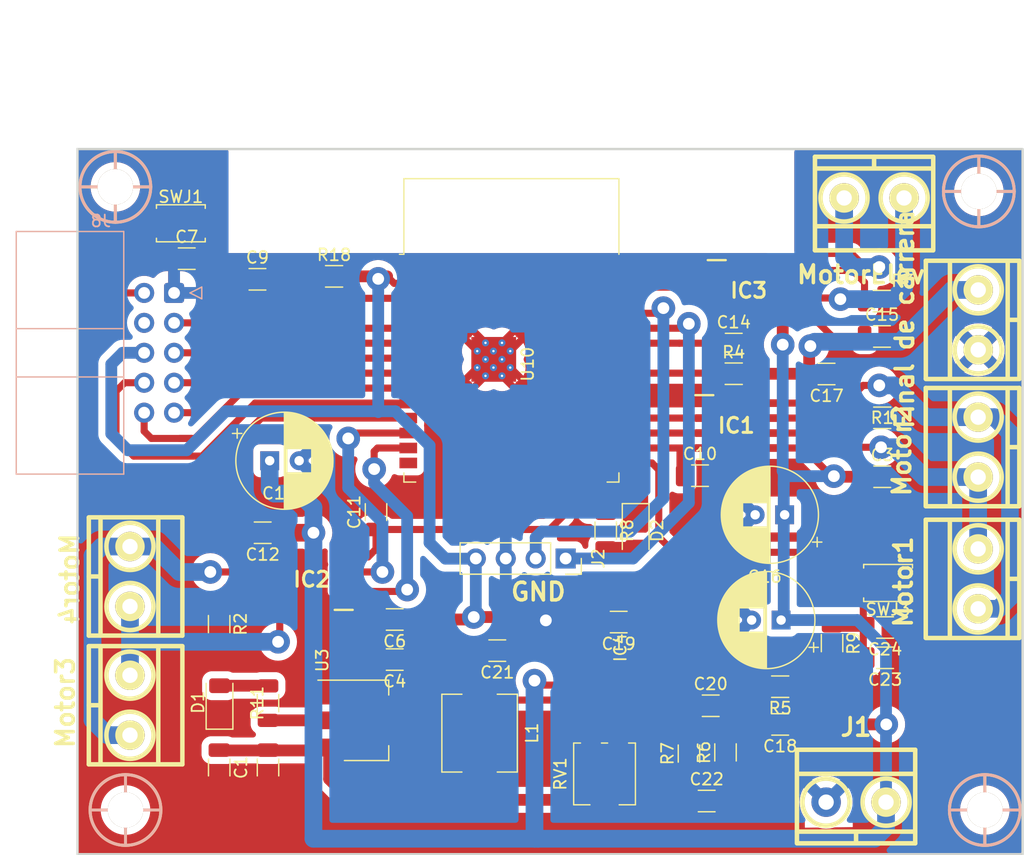
<source format=kicad_pcb>
(kicad_pcb (version 20221018) (generator pcbnew)
  (layers (0 "F.Cu" signal) (31 "B.Cu" signal) (34 "B.Paste" user) (35 "F.Paste" user) (36 "B.SilkS" user "B.Silkscreen") (37 "F.SilkS" user "F.Silkscreen") (38 "B.Mask" user) (39 "F.Mask" user) (44 "Edge.Cuts" user))
  (net 0 "")
  (net 1 "GND")
  (net 2 "/Vin")
  (net 3 "/3V3")
  (net 4 "/EN")
  (net 5 "Net-(J11-Pin_1)")
  (net 6 "Net-(D1-A)")
  (net 7 "/EnA")
  (net 8 "/EnB")
  (net 9 "/EN Elev")
  (net 10 "Net-(IC1-OUT2)")
  (net 11 "Net-(IC1-OUT1)")
  (net 12 "Net-(IC1-RS)")
  (net 13 "/IN3")
  (net 14 "/IN4")
  (net 15 "Net-(IC2-OUT1)")
  (net 16 "Net-(IC2-RS)")
  (net 17 "Net-(IC2-OUT2)")
  (net 18 "/IN5")
  (net 19 "/IN6")
  (net 20 "Net-(IC3-OUT1)")
  (net 21 "Net-(IC3-RS)")
  (net 22 "Net-(IC3-OUT2)")
  (net 23 "/RXD0")
  (net 24 "/TXD0")
  (net 25 "/Sen1")
  (net 26 "/Sen2")
  (net 27 "/Sen3")
  (net 28 "/Sen4")
  (net 29 "/Sen5")
  (net 30 "/Sen6")
  (net 31 "/Sen7")
  (net 32 "/FC")
  (net 33 "/BOOT")
  (net 34 "/IN2")
  (net 35 "/IN1")
  (net 43 "Net-(D2-A)")
  (net 47 "/5V")
  (net 48 "Net-(IC4-SS)")
  (net 49 "Net-(IC4-COMP)")
  (net 50 "Net-(C20-Pad2)")
  (net 51 "Net-(IC4-BS)")
  (net 52 "Net-(IC4-SW)")
  (net 53 "Net-(IC4-EN)")
  (net 54 "Net-(IC4-FB)")
  (net 56 "unconnected-(U10-SENSOR_VP-Pad4)")
  (net 58 "/Led prueba")
  (footprint "Capacitor_SMD:C_1206_3216Metric" (layer "F.Cu") (at 122.76 81.28 180)
    (fp_text reference "C23")
    (fp_text value "0.1u")
  )
  (footprint "Capacitor_SMD:C_1206_3216Metric" (layer "F.Cu") (at 69.516 49.17)
    (fp_text reference "C9")
    (fp_text value "0.1u")
  )
  (footprint "EESTN5:hole_3mm" (layer "F.Cu") (at 58.3205 94.1916)
    (fp_text reference "hole_3mm" hide)
    (fp_text value "VAL**" hide)
  )
  (footprint "Resistor_SMD:R_1206_3216Metric" (layer "F.Cu") (at 122.516 60.92)
    (fp_text reference "R1")
    (fp_text value "0.22")
  )
  (footprint "LED_SMD:LED_1206_3216Metric" (layer "F.Cu") (at 101.6 70.485 -90)
    (fp_text reference "D2")
    (fp_text value "LED")
  )
  (footprint "Resistor_SMD:R_1206_3216Metric" (layer "F.Cu") (at 122.476 51.02)
    (fp_text reference "R3")
    (fp_text value "0.22")
  )
  (footprint "Capacitor_SMD:C_1206_3216Metric" (layer "F.Cu") (at 70.4109 90.5848 -90)
    (fp_text reference "C2" hide)
    (fp_text value "0.1u")
  )
  (footprint "Capacitor_SMD:C_1206_3216Metric" (layer "F.Cu") (at 107.9642 85.3472)
    (fp_text reference "C20")
    (fp_text value "4.8n")
  )
  (footprint "EESTN5:BORNERA2_AZUL" (layer "F.Cu") (at 58.7015 74.3796 -90)
    (fp_text reference "J6" hide)
    (fp_text value "Motor4")
  )
  (footprint "EESTN5:BORNERA2_AZUL" (layer "F.Cu") (at 130.65335 74.5828 90)
    (fp_text reference "J4" hide)
    (fp_text value "Motor1")
  )
  (footprint "LibraryPERSONALES:SOIC127P600X170-9N" (layer "F.Cu") (at 74.1193 74.6336 180)
    (fp_text reference "IC2")
    (fp_text value "TB67H450AFNG,EL" hide)
  )
  (footprint "Capacitor_SMD:C_1206_3216Metric" (layer "F.Cu") (at 122.496 54.02)
    (fp_text reference "C15")
    (fp_text value "0.1u")
  )
  (footprint "EESTN5:BORNERA2_AZUL" (layer "F.Cu") (at 121.826 42.27 180)
    (fp_text reference "J7" hide)
    (fp_text value "MotorElev")
  )
  (footprint "EESTN5:hole_3mm" (layer "F.Cu") (at 131.2185 94.1916)
    (fp_text reference "hole_3mm" hide)
    (fp_text value "VAL**" hide)
  )
  (footprint "Resistor_SMD:R_1206_3216Metric" (layer "F.Cu") (at 99.06 70.485 -90)
    (fp_text reference "R8")
    (fp_text value "330")
  )
  (footprint "Capacitor_SMD:C_1206_3216Metric" (layer "F.Cu") (at 100.1595 78.2472 180)
    (fp_text reference "C19")
    (fp_text value "0.1u")
  )
  (footprint "Resistor_SMD:R_1206_3216Metric" (layer "F.Cu") (at 118.26 80.035 -90)
    (fp_text reference "R9")
    (fp_text value "4.7k")
  )
  (footprint "Resistor_SMD:R_1206_3216Metric" (layer "F.Cu") (at 66.266 78.42 -90)
    (fp_text reference "R2")
    (fp_text value "0.22")
  )
  (footprint "Button_Switch_SMD:SW_Push_SPST_NO_Alps_SKRK" (layer "F.Cu") (at 63.016 44.42)
    (fp_text reference "SWJ1")
    (fp_text value "SW_MEC_5G")
  )
  (footprint "LibraryPERSONALES:SO8-TH" (layer "F.Cu") (at 99.0333 84.2296 -90)
    (fp_text reference "IC4")
    (fp_text value "MP2307")
  )
  (footprint "Resistor_SMD:R_1206_3216Metric" (layer "F.Cu") (at 109.92 57.18)
    (fp_text reference "R4")
    (fp_text value "100k")
  )
  (footprint "Capacitor_SMD:C_1206_3216Metric" (layer "F.Cu") (at 107.0595 65.8296)
    (fp_text reference "C10")
    (fp_text value "0.1u")
  )
  (footprint "Capacitor_SMD:C_1206_3216Metric" (layer "F.Cu") (at 122.76 78.71 180)
    (fp_text reference "C24")
    (fp_text value "0.1u")
  )
  (footprint "Capacitor_SMD:C_1206_3216Metric" (layer "F.Cu") (at 66.2707 90.5848 -90)
    (fp_text reference "C1")
    (fp_text value "10u")
  )
  (footprint "LibraryPERSONALES:SOIC127P600X170-9N" (layer "F.Cu") (at 110.1365 61.578)
    (fp_text reference "IC1")
    (fp_text value "TB67H450AFNG,EL" hide)
  )
  (footprint "EESTN5:BORNERA2_AZUL" (layer "F.Cu") (at 130.65335 63.4068 90)
    (fp_text reference "J3" hide)
    (fp_text value "Motor2")
  )
  (footprint "Capacitor_SMD:C_1206_3216Metric" (layer "F.Cu") (at 107.624 93.4296)
    (fp_text reference "C22")
    (fp_text value "12u")
  )
  (footprint "Capacitor_SMD:C_1206_3216Metric" (layer "F.Cu") (at 63.516 47.42)
    (fp_text reference "C7")
    (fp_text value "0.1u")
  )
  (footprint "Capacitor_SMD:C_1206_3216Metric" (layer "F.Cu") (at 69.9595 70.67 180)
    (fp_text reference "C12")
    (fp_text value "0.1u")
  )
  (footprint "EESTN5:BORNERA2_AZUL" (layer "F.Cu") (at 130.6597 52.6118 90)
    (fp_text reference "J11" hide)
    (fp_text value "Final de carrera")
  )
  (footprint "Resistor_SMD:R_1206_3216Metric" (layer "F.Cu") (at 109.2216 89.3041 90)
    (fp_text reference "R6")
    (fp_text value "8.2k")
  )
  (footprint "Inductor_SMD:L_6.3x6.3_H3" (layer "F.Cu") (at 88.3595 87.67 -90)
    (fp_text reference "L1")
    (fp_text value "2u")
  )
  (footprint "Capacitor_SMD:C_1206_3216Metric" (layer "F.Cu") (at 109.92 54.664)
    (fp_text reference "C14")
    (fp_text value "0.1u" hide)
  )
  (footprint "Capacitor_SMD:C_1206_3216Metric" (layer "F.Cu") (at 81.1595 81.4296 180)
    (fp_text reference "C4")
    (fp_text value "0.1u")
  )
  (footprint "RF_Module:ESP32-WROOM-32D" (layer "F.Cu") (at 91.0595 56.4916)
    (fp_text reference "U10")
    (fp_text value "ESP32-WROOM-32")
  )
  (footprint "Capacitor_THT:CP_Radial_D8.0mm_P2.50mm" (layer "F.Cu") (at 114.236951 69.1472 180)
    (fp_text reference "C16")
    (fp_text value "100u")
  )
  (footprint "Capacitor_SMD:C_1206_3216Metric" (layer "F.Cu") (at 79.5745 68.9186 90)
    (fp_text reference "C11")
    (fp_text value "0.1u")
  )
  (footprint "EESTN5:hole_3mm" (layer "F.Cu") (at 57.4595 41.3296)
    (fp_text reference "hole_3mm" hide)
    (fp_text value "VAL**" hide)
  )
  (footprint "Package_TO_SOT_SMD:SOT-223-3_TabPin2" (layer "F.Cu") (at 78.7425 86.5856)
    (fp_text reference "U3")
    (fp_text value "AMS1117-3.3")
  )
  (footprint "Resistor_SMD:R_1206_3216Metric" (layer "F.Cu") (at 70.4109 85.1238 90)
    (fp_text reference "R11")
    (fp_text value "5.1k")
  )
  (footprint "Resistor_SMD:R_1206_3216Metric" (layer "F.Cu") (at 106.1216 89.4041 90)
    (fp_text reference "R7")
    (fp_text value "8.2k")
  )
  (footprint "EESTN5:hole_3mm" (layer "F.Cu") (at 130.7105 41.7152)
    (fp_text reference "hole_3mm" hide)
    (fp_text value "VAL**" hide)
  )
  (footprint "Capacitor_THT:CP_Radial_D8.0mm_P2.50mm" (layer "F.Cu") (at 113.937351 78.079 180)
    (fp_text reference "C5" hide)
    (fp_text value "100u" hide)
  )
  (footprint "LED_SMD:LED_1206_3216Metric" (layer "F.Cu") (at 66.2961 85.0476 90)
    (fp_text reference "D1")
    (fp_text value "LED")
  )
  (footprint "Capacitor_THT:CP_Radial_D8.0mm_P2.50mm" (layer "F.Cu") (at 70.5525 64.56051)
    (fp_text reference "C13")
    (fp_text value "100u")
  )
  (footprint "Capacitor_SMD:C_1206_3216Metric" (layer "F.Cu") (at 81.1595 78.0296 180)
    (fp_text reference "C6")
    (fp_text value "10u")
  )
  (footprint "EESTN5:BORNERA2_AZUL" (layer "F.Cu") (at 120.2965 93.52485)
    (fp_text reference "J1")
    (fp_text value "Alimentacion 12V" hide)
  )
  (footprint "Potentiometer_SMD:Potentiometer_Vishay_TS53YJ_Vertical" (layer "F.Cu") (at 98.9595 91.1296 90)
    (fp_text reference "RV1")
    (fp_text value "220k")
  )
  (footprint "Capacitor_SMD:C_1206_3216Metric" (layer "F.Cu") (at 122.516 65.92)
    (fp_text reference "C3")
    (fp_text value "0.1u")
  )
  (footprint "Resistor_SMD:R_1206_3216Metric" (layer "F.Cu") (at 76.016 48.92)
    (fp_text reference "R18")
    (fp_text value "4.7k")
  )
  (footprint "LibraryPERSONALES:SOIC127P600X170-9N" (layer "F.Cu") (at 111.19 50.1226)
    (fp_text reference "IC3")
    (fp_text value "TB67H450AFNG,EL" hide)
  )
  (footprint "Resistor_SMD:R_1206_3216Metric" (layer "F.Cu") (at 113.8595 83.7296 180)
    (fp_text reference "R5")
    (fp_text value "100k")
  )
  (footprint "Button_Switch_SMD:SW_Push_SPST_NO_Alps_SKRK" (layer "F.Cu") (at 123.01 74.93 180)
    (fp_text reference "SWJ3")
    (fp_text value "SW_MEC_5G")
  )
  (footprint "Capacitor_SMD:C_1206_3216Metric" (layer "F.Cu") (at 89.8595 80.67 180)
    (fp_text reference "C21")
    (fp_text value "10n")
  )
  (footprint "EESTN5:BORNERA2_AZUL" (layer "F.Cu") (at 58.7015 85.3016 -90)
    (fp_text reference "J5" hide)
    (fp_text value "Motor3")
  )
  (footprint "Capacitor_SMD:C_1206_3216Metric" (layer "F.Cu") (at 117.794 57.204 180)
    (fp_text reference "C17")
    (fp_text value "0.1u")
  )
  (footprint "Capacitor_SMD:C_1206_3216Metric" (layer "F.Cu") (at 113.8595 86.9296 180)
    (fp_text reference "C18")
    (fp_text value "12u")
  )
  (footprint "Connector_PinSocket_2.54mm:PinSocket_1x04_P2.54mm_Vertical" (layer "F.Cu") (at 95.6585 72.8556 -90)
    (fp_text reference "J2")
    (fp_text value "UART")
  )
  (footprint "Connector_IDC:IDC-Header_2x05_P2.54mm_Horizontal" (layer "B.Cu") (at 62.4432 50.3258 180)
    (fp_text reference "J8")
    (fp_text value "Screw_Terminal_01x10")
  )
  (gr_rect (start 54.2565 38.1211) (end 134.4189 97.9381) (stroke (width 0.2)) (fill none) (layer "Edge.Cuts"))
  (gr_text "GND" (at 90.8579 76.564) (layer "F.SilkS") (effects (font (size 1.5 1.5) (thickness 0.3) bold) (justify left bottom)))
  (via (at 93.98 78.105) (size 2) (drill 1) (layers "F.Cu" "B.Cu") (net 1))
  (segment (start 118.266 54.02) (end 121.021 54.02) (width 0.6) (layer "F.Cu") (net 2))
  (segment (start 114.238 52.0276) (end 114.0742 52.1914) (width 0.6) (layer "F.Cu") (net 2))
  (segment (start 115.829 63.483) (end 118.266 65.92) (width 0.6) (layer "F.Cu") (net 2))
  (segment (start 113.902 52.0276) (end 116.2736 52.0276) (width 0.6) (layer "F.Cu") (net 2))
  (segment (start 115.3345 86.9296) (end 115.3345 83.8421) (width 1) (layer "F.Cu") (net 2))
  (segment (start 122.7595 86.9296) (end 115.3345 86.9296) (width 1) (layer "F.Cu") (net 2))
  (segment (start 72.016 70.67) (end 74.266 70.67) (width 1.5) (layer "F.Cu") (net 2))
  (segment (start 118.266 65.92) (end 121.041 65.92) (width 1) (layer "F.Cu") (net 2))
  (segment (start 71.4073 72.42) (end 71.4073 70.6972) (width 1) (layer "F.Cu") (net 2))
  (segment (start 71.4073 70.6972) (end 71.4345 70.67) (width 1) (layer "F.Cu") (net 2))
  (segment (start 114.0742 52.1914) (end 114.0742 54.714396) (width 1) (layer "F.Cu") (net 2))
  (segment (start 116.2736 52.0276) (end 118.266 54.02) (width 0.6) (layer "F.Cu") (net 2))
  (segment (start 93.3955 83.5946) (end 96.4333 83.5946) (width 0.6) (layer "F.Cu") (net 2))
  (segment (start 112.8485 63.483) (end 115.829 63.483) (width 0.6) (layer "F.Cu") (net 2))
  (segment (start 93.016 83.2151) (end 93.3955 83.5946) (width 0.6) (layer "F.Cu") (net 2))
  (via (at 114.0742 54.714396) (size 2) (drill 1) (layers "F.Cu" "B.Cu") (net 2))
  (via (at 93.016 83.2151) (size 2) (drill 1) (layers "F.Cu" "B.Cu") (net 2))
  (via (at 118.416 65.87) (size 2) (drill 1) (layers "F.Cu" "B.Cu") (net 2))
  (via (at 74.266 70.67) (size 2) (drill 1) (layers "F.Cu" "B.Cu") (net 2))
  (via (at 122.8595 86.9296) (size 2) (drill 1) (layers "F.Cu" "B.Cu") (net 2))
  (segment (start 121.8595 96.6296) (end 122.8365 95.6526) (width 1.5) (layer "B.Cu") (net 2))
  (segment (start 70.9461 67.3501) (end 70.5525 66.9565) (width 1.5) (layer "B.Cu") (net 2))
  (segment (start 114.0742 54.714396) (end 114.0742 65.4443) (width 1) (layer "B.Cu") (net 2))
  (segment (start 114.1595 66.675) (end 114.1595 66.37) (width 1) (layer "B.Cu") (net 2))
  (segment (start 114.6595 65.87) (end 118.416 65.87) (width 1) (layer "B.Cu") (net 2))
  (segment (start 93.016 83.2151) (end 93.016 96.6296) (width 1.5) (layer "B.Cu") (net 2))
  (segment (start 74.266 68.528652) (end 73.087448 67.3501) (width 1.5) (layer "B.Cu") (net 2))
  (segment (start 114.0742 65.4443) (end 114.1595 65.5296) (width 1) (layer "B.Cu") (net 2))
  (segment (start 114.1595 77.856851) (end 114.1595 65.5296) (width 1) (layer "B.Cu") (net 2))
  (segment (start 74.266 70.67) (end 74.266 96.6296) (width 1.5) (layer "B.Cu") (net 2))
  (segment (start 120.4089 78.079) (end 122.8365 80.5066) (width 1) (layer "B.Cu") (net 2))
  (segment (start 122.8365 80.5066) (end 122.8365 93.52485) (width 1) (layer "B.Cu") (net 2))
  (segment (start 70.5525 66.9565) (end 70.5525 64.56051) (width 1.5) (layer "B.Cu") (net 2))
  (segment (start 93.016 96.6296) (end 93.3595 96.6296) (width 1.5) (layer "B.Cu") (net 2))
  (segment (start 122.8365 95.6526) (end 122.8365 93.52485) (width 1.5) (layer "B.Cu") (net 2))
  (segment (start 74.266 96.6296) (end 93.3595 96.6296) (width 1.5) (layer "B.Cu") (net 2))
  (segment (start 74.266 70.67) (end 74.266 68.528652) (width 1.5) (layer "B.Cu") (net 2))
  (segment (start 93.3595 96.6296) (end 121.8595 96.6296) (width 1.5) (layer "B.Cu") (net 2))
  (segment (start 113.937351 78.079) (end 120.4089 78.079) (width 1) (layer "B.Cu") (net 2))
  (segment (start 113.937351 78.079) (end 114.1595 77.856851) (width 1) (layer "B.Cu") (net 2))
  (segment (start 73.087448 67.3501) (end 70.9461 67.3501) (width 1.5) (layer "B.Cu") (net 2))
  (segment (start 80.516 48.92) (end 77.4785 48.92) (width 1) (layer "F.Cu") (net 3))
  (segment (start 70.4109 86.5863) (end 75.5918 86.5863) (width 1) (layer "F.Cu") (net 3))
  (segment (start 82.6595 85.8186) (end 82.6595 81.4546) (width 1) (layer "F.Cu") (net 3))
  (segment (start 75.5925 86.5856) (end 81.8925 86.5856) (width 1) (layer "F.Cu") (net 3))
  (segment (start 104.7316 75.5216) (end 92.1184 75.5216) (width 1) (layer "F.Cu") (net 3))
  (segment (start 106.68 77.47) (end 104.7316 75.5216) (width 1) (layer "F.Cu") (net 3))
  (segment (start 106.68 80.01) (end 106.68 77.47) (width 1) (layer "F.Cu") (net 3))
  (segment (start 92.1184 75.5216) (end 89.82 77.82) (width 1) (layer "F.Cu") (net 3))
  (segment (start 118.26 81.4975) (end 108.1675 81.4975) (width 1) (layer "F.Cu") (net 3))
  (segment (start 89.82 77.82) (end 87.866 77.82) (width 1) (layer "F.Cu") (net 3))
  (segment (start 108.1675 81.4975) (end 106.68 80.01) (width 1) (layer "F.Cu") (net 3))
  (segment (start 82.6345 78.0296) (end 82.6345 81.4296) (width 1) (layer "F.Cu") (net 3))
  (segment (start 82.3095 49.5116) (end 81.1076 49.5116) (width 0.6) (layer "F.Cu") (net 3))
  (segment (start 75.5918 86.5863) (end 75.5925 86.5856) (width 1) (layer "F.Cu") (net 3))
  (segment (start 59.9032 55.4058) (end 59.889 55.42) (width 1) (layer "F.Cu") (net 3))
  (segment (start 82.6595 81.4546) (end 82.6345 81.4296) (width 1) (layer "F.Cu") (net 3))
  (segment (start 87.866 77.82) (end 87.6564 78.0296) (width 1) (layer "F.Cu") (net 3))
  (segment (start 87.6564 78.0296) (end 82.6345 78.0296) (width 1) (layer "F.Cu") (net 3))
  (segment (start 81.8925 86.5856) (end 82.6595 85.8186) (width 1) (layer "F.Cu") (net 3))
  (segment (start 81.1076 49.5116) (end 80.516 48.92) (width 0.6) (layer "F.Cu") (net 3))
  (via (at 79.7595 49.1321) (size 2) (drill 1) (layers "F.Cu" "B.Cu") (net 3))
  (via (at 87.866 77.82) (size 2) (drill 1) (layers "F.Cu" "B.Cu") (net 3))
  (segment (start 85.465348 72.87) (end 84.116 71.520652) (width 1) (layer "B.Cu") (net 3))
  (segment (start 84.116 71.520652) (end 84.116 63.27) (width 1) (layer "B.Cu") (net 3))
  (segment (start 81.2076 60.3616) (end 66.8244 60.3616) (width 1) (layer "B.Cu") (net 3))
  (segment (start 88.0385 77.6475) (end 88.0385 72.8556) (width 1) (layer "B.Cu") (net 3))
  (segment (start 84.116 63.27) (end 81.2076 60.3616) (width 1) (layer "B.Cu") (net 3))
  (segment (start 87.866 77.82) (end 88.0385 77.6475) (width 1) (layer "B.Cu") (net 3))
  (segment (start 79.7595 49.1321) (end 79.7595 60.4231) (width 1) (layer "B.Cu") (net 3))
  (segment (start 88.0241 72.87) (end 85.465348 72.87) (width 1) (layer "B.Cu") (net 3))
  (segment (start 66.8244 60.3616) (end 63.516 63.67) (width 1) (layer "B.Cu") (net 3))
  (segment (start 79.7595 60.4231) (end 79.766 60.4296) (width 1) (layer "B.Cu") (net 3))
  (segment (start 88.0385 72.8556) (end 88.0241 72.87) (width 1) (layer "B.Cu") (net 3))
  (segment (start 58.516 63.67) (end 57.116 62.27) (width 1) (layer "B.Cu") (net 3))
  (segment (start 58.0802 55.4058) (end 59.9032 55.4058) (width 1) (layer "B.Cu") (net 3))
  (segment (start 57.116 62.27) (end 57.116 56.37) (width 1) (layer "B.Cu") (net 3))
  (segment (start 57.116 56.37) (end 58.0802 55.4058) (width 1) (layer "B.Cu") (net 3))
  (segment (start 63.516 63.67) (end 58.516 63.67) (width 1) (layer "B.Cu") (net 3))
  (segment (start 70.121 51.67) (end 70.991 50.8) (width 0.75) (layer "F.Cu") (net 4))
  (segment (start 74.5535 50.2075) (end 74.5535 48.92) (width 0.6) (layer "F.Cu") (net 4))
  (segment (start 82.3095 50.7816) (end 82.2615 50.8296) (width 0.6) (layer "F.Cu") (net 4))
  (segment (start 75.1276 50.7816) (end 74.5535 50.2075) (width 0.6) (layer "F.Cu") (net 4))
  (segment (start 65.116 51.02) (end 65.766 51.67) (width 0.75) (layer "F.Cu") (net 4))
  (segment (start 65.116 44.42) (end 65.116 51.02) (width 0.75) (layer "F.Cu") (net 4))
  (segment (start 74.5535 48.92) (end 71.241 48.92) (width 1) (layer "F.Cu") (net 4))
  (segment (start 82.3095 50.7816) (end 75.1276 50.7816) (width 0.6) (layer "F.Cu") (net 4))
  (segment (start 65.766 51.67) (end 70.121 51.67) (width 0.75) (layer "F.Cu") (net 4))
  (segment (start 70.991 50.8) (end 70.991 49.17) (width 0.75) (layer "F.Cu") (net 4))
  (segment (start 71.241 48.92) (end 70.991 49.17) (width 1) (layer "F.Cu") (net 4))
  (segment (start 116.2988 57.1838) (end 116.319 57.204) (width 1) (layer "F.Cu") (net 5))
  (segment (start 116.420678 54.83358) (end 116.319 54.935258) (width 0.6) (layer "F.Cu") (net 5))
  (segment (start 111.3863 57.1838) (end 116.2988 57.1838) (width 1) (layer "F.Cu") (net 5))
  (segment (start 116.319 54.935258) (end 116.319 57.204) (width 1) (layer "F.Cu") (net 5))
  (segment (start 111.3825 57.18) (end 111.3863 57.1838) (width 1) (layer "F.Cu") (net 5))
  (via (at 116.420678 54.83358) (size 2) (drill 1) (layers "F.Cu" "B.Cu") (net 5))
  (segment (start 128.4342 50.0718) (end 130.6597 50.0718) (width 1.5) (layer "B.Cu") (net 5))
  (segment (start 116.420678 54.83358) (end 116.784258 54.47) (width 1.5) (layer "B.Cu") (net 5))
  (segment (start 124.036 54.47) (end 128.4342 50.0718) (width 1.5) (layer "B.Cu") (net 5))
  (segment (start 116.784258 54.47) (end 124.036 54.47) (width 1.5) (layer "B.Cu") (net 5))
  (segment (start 70.3972 83.6476) (end 70.4109 83.6613) (width 1) (layer "F.Cu") (net 6))
  (segment (start 66.2961 83.6476) (end 70.3972 83.6476) (width 1) (layer "F.Cu") (net 6))
  (segment (start 99.8095 63.4816) (end 105.0311 63.4816) (width 0.6) (layer "F.Cu") (net 7))
  (segment (start 105.0311 63.4816) (end 107.4231 63.4816) (width 0.6) (layer "F.Cu") (net 7))
  (segment (start 105.5845 65.8296) (end 105.5595 65.8046) (width 0.6) (layer "F.Cu") (net 7))
  (segment (start 105.5595 65.8046) (end 105.5595 63.808) (width 1) (layer "F.Cu") (net 7))
  (segment (start 107.4231 63.4816) (end 107.4245 63.483) (width 0.6) (layer "F.Cu") (net 7))
  (segment (start 78.8945 72.7286) (end 79.5745 72.0486) (width 0.6) (layer "F.Cu") (net 8))
  (segment (start 79.5745 72.0486) (end 79.5745 70.3936) (width 0.6) (layer "F.Cu") (net 8))
  (segment (start 76.8313 72.7286) (end 78.8945 72.7286) (width 0.6) (layer "F.Cu") (net 8))
  (segment (start 79.5745 70.3936) (end 94.2955 70.3936) (width 0.6) (layer "F.Cu") (net 8))
  (segment (start 94.2955 70.3936) (end 95.5095 69.1796) (width 0.6) (layer "F.Cu") (net 8))
  (segment (start 95.5095 69.1796) (end 95.5095 66.0016) (width 0.6) (layer "F.Cu") (net 8))
  (segment (start 99.8095 54.5916) (end 105.3105 54.5916) (width 0.6) (layer "F.Cu") (net 9))
  (segment (start 107.38 54.5916) (end 108.3726 54.5916) (width 0.6) (layer "F.Cu") (net 9))
  (segment (start 108.478 54.5586) (end 108.445 54.5916) (width 0.6) (layer "F.Cu") (net 9))
  (segment (start 105.3105 54.5916) (end 107.38 54.5916) (width 0.6) (layer "F.Cu") (net 9))
  (segment (start 108.445 54.5916) (end 107.38 54.5916) (width 0.6) (layer "F.Cu") (net 9))
  (segment (start 108.3726 54.5916) (end 108.445 54.664) (width 0.6) (layer "F.Cu") (net 9))
  (segment (start 108.478 52.378) (end 108.478 54.5586) (width 1) (layer "F.Cu") (net 9))
  (segment (start 120.892 58.17) (end 122.266 58.17) (width 0.6) (layer "F.Cu") (net 10))
  (segment (start 115.2437 59.673) (end 119.389 59.673) (width 0.6) (layer "F.Cu") (net 10))
  (segment (start 115.2437 59.673) (end 112.7545 59.673) (width 0.6) (layer "F.Cu") (net 10))
  (segment (start 119.389 59.673) (end 120.892 58.17) (width 0.6) (layer "F.Cu") (net 10))
  (via (at 122.266 58.17) (size 2) (drill 1) (layers "F.Cu" "B.Cu") (net 10))
  (segment (start 130.65335 77.1228) (end 132.3869 77.1228) (width 1.5) (layer "B.Cu") (net 10))
  (segment (start 123.4925 58.17) (end 122.266 58.17) (width 1.5) (layer "B.Cu") (net 10))
  (segment (start 132.0313 60.8668) (end 130.65335 60.8668) (width 1.5) (layer "B.Cu") (net 10))
  (segment (start 130.65335 60.8668) (end 126.1893 60.8668) (width 1.5) (layer "B.Cu") (net 10))
  (segment (start 126.1893 60.8668) (end 123.4925 58.17) (width 1.5) (layer "B.Cu") (net 10))
  (segment (start 133.3521 62.1876) (end 132.0313 60.8668) (width 1.5) (layer "B.Cu") (net 10))
  (segment (start 133.3521 76.1576) (end 133.3521 62.1876) (width 1.5) (layer "B.Cu") (net 10))
  (segment (start 132.3869 77.1228) (end 133.3521 76.1576) (width 1.5) (layer "B.Cu") (net 10))
  (segment (start 122.416 63.42) (end 117.466 63.42) (width 0.6) (layer "F.Cu") (net 11))
  (segment (start 117.466 63.42) (end 116.259 62.213) (width 0.6) (layer "F.Cu") (net 11))
  (segment (start 116.259 62.213) (end 112.7545 62.213) (width 0.6) (layer "F.Cu") (net 11))
  (via (at 122.416 63.42) (size 2) (drill 1) (layers "F.Cu" "B.Cu") (net 11))
  (segment (start 126.0623 65.9468) (end 130.65335 65.9468) (width 1.5) (layer "B.Cu") (net 11))
  (segment (start 122.416 63.42) (end 123.5355 63.42) (width 1.5) (layer "B.Cu") (net 11))
  (segment (start 130.65335 65.9468) (end 130.65335 72.0428) (width 1.5) (layer "B.Cu") (net 11))
  (segment (start 123.5355 63.42) (end 126.0623 65.9468) (width 1.5) (layer "B.Cu") (net 11))
  (segment (start 121.0305 60.943) (end 121.0535 60.92) (width 0.6) (layer "F.Cu") (net 12))
  (segment (start 112.8485 60.943) (end 121.0305 60.943) (width 0.6) (layer "F.Cu") (net 12))
  (segment (start 78.185647 75.6486) (end 77.805647 75.2686) (width 0.6) (layer "F.Cu") (net 13))
  (segment (start 77.805647 75.2686) (end 76.8313 75.2686) (width 0.6) (layer "F.Cu") (net 13))
  (segment (start 79.7044 63.4816) (end 82.3095 63.4816) (width 0.6) (layer "F.Cu") (net 13))
  (segment (start 82.0594 75.6486) (end 78.185647 75.6486) (width 0.6) (layer "F.Cu") (net 13))
  (segment (start 79.416 63.77) (end 79.7044 63.4816) (width 0.6) (layer "F.Cu") (net 13))
  (segment (start 79.416 65.27) (end 79.416 63.77) (width 0.6) (layer "F.Cu") (net 13))
  (segment (start 82.216 75.492) (end 82.0594 75.6486) (width 0.6) (layer "F.Cu") (net 13))
  (via (at 79.416 65.27) (size 2) (drill 1) (layers "F.Cu" "B.Cu") (net 13))
  (via (at 82.216 75.492) (size 2) (drill 1) (layers "F.Cu" "B.Cu") (net 13))
  (segment (start 82.216 75.492) (end 82.216 73.97) (width 0.6) (layer "B.Cu") (net 13))
  (segment (start 82.216 75.492) (end 82.216 69.27) (width 1) (layer "B.Cu") (net 13))
  (segment (start 79.416 66.47) (end 79.416 65.27) (width 1) (layer "B.Cu") (net 13))
  (segment (start 82.216 69.27) (end 79.416 66.47) (width 1) (layer "B.Cu") (net 13))
  (segment (start 80.116 73.9991) (end 80.1155 73.9986) (width 0.6) (layer "F.Cu") (net 14))
  (segment (start 77.6744 62.2116) (end 82.3095 62.2116) (width 0.6) (layer "F.Cu") (net 14))
  (segment (start 80.1155 73.9986) (end 76.8313 73.9986) (width 0.6) (layer "F.Cu") (net 14))
  (segment (start 77.216 62.67) (end 77.6744 62.2116) (width 0.6) (layer "F.Cu") (net 14))
  (via (at 80.116 73.9991) (size 2) (drill 1) (layers "F.Cu" "B.Cu") (net 14))
  (via (at 77.216 62.67) (size 2) (drill 1) (layers "F.Cu" "B.Cu") (net 14))
  (segment (start 80.116 73.9991) (end 80.116 69.77) (width 1) (layer "B.Cu") (net 14))
  (segment (start 80.116 69.77) (end 77.216 66.87) (width 1) (layer "B.Cu") (net 14))
  (segment (start 77.216 66.87) (end 77.216 62.67) (width 1) (layer "B.Cu") (net 14))
  (segment (start 71.4073 73.9986) (end 65.516 73.9986) (width 0.6) (layer "F.Cu") (net 15))
  (via (at 65.516 73.9986) (size 2) (drill 1) (layers "F.Cu" "B.Cu") (net 15))
  (segment (start 62.8925 73.9986) (end 60.7335 71.8396) (width 1.5) (layer "B.Cu") (net 15))
  (segment (start 65.516 73.9986) (end 62.8925 73.9986) (width 1.5) (layer "B.Cu") (net 15))
  (segment (start 60.7335 71.8396) (end 58.7015 71.8396) (width 1.5) (layer "B.Cu") (net 15))
  (segment (start 55.5265 86.5716) (end 55.5265 72.6016) (width 1.5) (layer "B.Cu") (net 15))
  (segment (start 55.5265 72.6016) (end 56.2885 71.8396) (width 1.5) (layer "B.Cu") (net 15))
  (segment (start 58.7015 87.8416) (end 56.7965 87.8416) (width 1.5) (layer "B.Cu") (net 15))
  (segment (start 56.7965 87.8416) (end 55.5265 86.5716) (width 1.5) (layer "B.Cu") (net 15))
  (segment (start 56.2885 71.8396) (end 58.7015 71.8396) (width 1.5) (layer "B.Cu") (net 15))
  (segment (start 66.9174 75.2686) (end 66.266 75.92) (width 0.6) (layer "F.Cu") (net 16))
  (segment (start 66.266 75.92) (end 66.266 76.9575) (width 0.6) (layer "F.Cu") (net 16))
  (segment (start 71.4073 75.2686) (end 66.9174 75.2686) (width 0.6) (layer "F.Cu") (net 16))
  (segment (start 71.4073 79.7787) (end 71.4073 76.5386) (width 0.6) (layer "F.Cu") (net 17))
  (segment (start 71.266 79.92) (end 71.4073 79.7787) (width 0.6) (layer "F.Cu") (net 17))
  (via (at 71.266 79.92) (size 2) (drill 1) (layers "F.Cu" "B.Cu") (net 17))
  (segment (start 59.2015 79.92) (end 58.7015 79.42) (width 1.5) (layer "B.Cu") (net 17))
  (segment (start 58.7015 76.9196) (end 58.7015 79.42) (width 1.5) (layer "B.Cu") (net 17))
  (segment (start 71.266 79.92) (end 59.2015 79.92) (width 1.5) (layer "B.Cu") (net 17))
  (segment (start 58.7015 79.42) (end 58.7015 82.7616) (width 1.5) (layer "B.Cu") (net 17))
  (segment (start 59.0825 76.5386) (end 58.7015 76.9196) (width 1.5) (layer "B.Cu") (net 17))
  (segment (start 101.919 48.822) (end 105.983 48.822) (width 0.6) (layer "F.Cu") (net 18))
  (segment (start 99.8335 49.4876) (end 99.8095 49.5116) (width 0.6) (layer "F.Cu") (net 18))
  (segment (start 105.983 48.822) (end 106.6486 49.4876) (width 0.6) (layer "F.Cu") (net 18))
  (segment (start 106.6486 49.4876) (end 108.478 49.4876) (width 0.6) (layer "F.Cu") (net 18))
  (segment (start 101.2294 49.5116) (end 101.919 48.822) (width 0.6) (layer "F.Cu") (net 18))
  (segment (start 99.8095 49.5116) (end 101.2294 49.5116) (width 0.6) (layer "F.Cu") (net 18))
  (segment (start 105.094 49.838) (end 106.0136 50.7576) (width 0.6) (layer "F.Cu") (net 19))
  (segment (start 102.808 49.838) (end 105.094 49.838) (width 0.6) (layer "F.Cu") (net 19))
  (segment (start 99.8095 50.7816) (end 101.8644 50.7816) (width 0.6) (layer "F.Cu") (net 19))
  (segment (start 106.0136 50.7576) (end 108.478 50.7576) (width 0.6) (layer "F.Cu") (net 19))
  (segment (start 99.8335 50.7576) (end 99.8095 50.7816) (width 0.6) (layer "F.Cu") (net 19))
  (segment (start 101.8644 50.7816) (end 102.808 49.838) (width 0.6) (layer "F.Cu") (net 19))
  (segment (start 118.4536 50.7576) (end 113.902 50.7576) (width 0.6) (layer "F.Cu") (net 20))
  (segment (start 118.966 51.27) (end 118.4536 50.7576) (width 0.6) (layer "F.Cu") (net 20))
  (via (at 118.966 50.854) (size 2) (drill 1) (layers "F.Cu" "B.Cu") (net 20))
  (segment (start 124.366131 42.270131) (end 124.366 42.27) (width 1.5) (layer "B.Cu") (net 20))
  (segment (start 124.366131 49.909869) (end 124.366131 42.270131) (width 1.5) (layer "B.Cu") (net 20))
  (segment (start 118.966 50.854) (end 123.422 50.854) (width 1.5) (layer "B.Cu") (net 20))
  (segment (start 123.422 50.854) (end 124.366131 49.909869) (width 1.5) (layer "B.Cu") (net 20))
  (segment (start 120.006 48.42) (end 121.0135 49.4275) (width 0.6) (layer "F.Cu") (net 21))
  (segment (start 113.902 49.4876) (end 116.1984 49.4876) (width 0.6) (layer "F.Cu") (net 21))
  (segment (start 121.0135 49.4275) (end 121.0135 51.02) (width 0.6) (layer "F.Cu") (net 21))
  (segment (start 117.266 48.42) (end 120.006 48.42) (width 0.6) (layer "F.Cu") (net 21))
  (segment (start 116.1984 49.4876) (end 117.266 48.42) (width 0.6) (layer "F.Cu") (net 21))
  (segment (start 116.710571 46.975429) (end 115.4684 48.2176) (width 0.6) (layer "F.Cu") (net 22))
  (segment (start 115.4684 48.2176) (end 113.902 48.2176) (width 0.6) (layer "F.Cu") (net 22))
  (segment (start 122.266131 48.130131) (end 121.059633 48.130131) (width 0.6) (layer "F.Cu") (net 22))
  (segment (start 121.059633 48.130131) (end 119.904931 46.975429) (width 0.6) (layer "F.Cu") (net 22))
  (segment (start 119.904931 46.975429) (end 116.710571 46.975429) (width 0.6) (layer "F.Cu") (net 22))
  (via (at 122.266131 48.130131) (size 2) (drill 1) (layers "F.Cu" "B.Cu") (net 22))
  (segment (start 120.066131 48.130131) (end 119.286 47.35) (width 1.5) (layer "B.Cu") (net 22))
  (segment (start 119.286 47.35) (end 119.286 42.27) (width 1.5) (layer "B.Cu") (net 22))
  (segment (start 122.266131 48.130131) (end 120.066131 48.130131) (width 1.5) (layer "B.Cu") (net 22))
  (segment (start 106.11 52.9421) (end 105.7305 53.3216) (width 0.6) (layer "F.Cu") (net 23))
  (segment (start 105.7305 53.3216) (end 99.8095 53.3216) (width 0.6) (layer "F.Cu") (net 23))
  (via (at 106.11 52.9421) (size 2) (drill 1) (layers "F.Cu" "B.Cu") (net 23))
  (segment (start 104.236 69.9931) (end 101.3735 72.8556) (width 1) (layer "B.Cu") (net 23))
  (segment (start 101.3735 72.8556) (end 95.6585 72.8556) (width 1) (layer "B.Cu") (net 23))
  (segment (start 106.11 68.126) (end 104.2429 69.9931) (width 1) (layer "B.Cu") (net 23))
  (segment (start 106.11 52.9421) (end 106.11 68.126) (width 1) (layer "B.Cu") (net 23))
  (segment (start 104.2429 69.9931) (end 104.236 69.9931) (width 1) (layer "B.Cu") (net 23))
  (segment (start 103.57 52.1077) (end 103.57 52.124) (width 0.6) (layer "F.Cu") (net 24))
  (segment (start 99.8335 52.0276) (end 99.8095 52.0516) (width 0.6) (layer "F.Cu") (net 24))
  (segment (start 99.8095 52.0516) (end 103.5139 52.0516) (width 0.6) (layer "F.Cu") (net 24))
  (segment (start 103.5139 52.0516) (end 103.57 52.1077) (width 0.6) (layer "F.Cu") (net 24))
  (via (at 103.951 51.616) (size 2) (drill 1) (layers "F.Cu" "B.Cu") (net 24))
  (segment (start 103.951 67.745) (end 101.1264 70.5696) (width 1) (layer "B.Cu") (net 24))
  (segment (start 103.951 51.6145) (end 103.951 67.745) (width 1) (layer "B.Cu") (net 24))
  (segment (start 101.1264 70.5696) (end 93.6265 70.5696) (width 1) (layer "B.Cu") (net 24))
  (segment (start 93.1185 71.0776) (end 93.1185 72.8556) (width 1) (layer "B.Cu") (net 24))
  (segment (start 93.6265 70.5696) (end 93.1185 71.0776) (width 1) (layer "B.Cu") (net 24))
  (segment (start 58.2402 57.9458) (end 59.9032 57.9458) (width 0.6) (layer "F.Cu") (net 25))
  (segment (start 57.516 62.67) (end 57.516 58.67) (width 0.6) (layer "F.Cu") (net 25))
  (segment (start 57.516 58.67) (end 58.2402 57.9458) (width 0.6) (layer "F.Cu") (net 25))
  (segment (start 82.3095 59.6716) (end 69.3144 59.6716) (width 0.6) (layer "F.Cu") (net 25))
  (segment (start 69.3144 59.6716) (end 64.816 64.17) (width 0.6) (layer "F.Cu") (net 25))
  (segment (start 64.816 64.17) (end 59.016 64.17) (width 0.6) (layer "F.Cu") (net 25))
  (segment (start 59.016 64.17) (end 57.516 62.67) (width 0.6) (layer "F.Cu") (net 25))
  (segment (start 82.3095 58.4016) (end 68.4844 58.4016) (width 0.6) (layer "F.Cu") (net 26))
  (segment (start 63.916 62.67) (end 62.916 62.67) (width 0.6) (layer "F.Cu") (net 26))
  (segment (start 68.4844 58.4016) (end 64.216 62.67) (width 0.6) (layer "F.Cu") (net 26))
  (segment (start 64.216 62.67) (end 63.916 62.67) (width 0.6) (layer "F.Cu") (net 26))
  (segment (start 63.916 62.67) (end 60.516 62.67) (width 0.6) (layer "F.Cu") (net 26))
  (segment (start 59.9032 62.0572) (end 59.9032 60.4858) (width 0.6) (layer "F.Cu") (net 26))
  (segment (start 60.516 62.67) (end 59.9032 62.0572) (width 0.6) (layer "F.Cu") (net 26))
  (segment (start 82.3095 57.1316) (end 67.8044 57.1316) (width 0.6) (layer "F.Cu") (net 27))
  (segment (start 67.8044 57.1316) (end 64.4502 60.4858) (width 0.6) (layer "F.Cu") (net 27))
  (segment (start 64.4502 60.4858) (end 62.4432 60.4858) (width 0.6) (layer "F.Cu") (net 27))
  (segment (start 67.3244 55.8616) (end 82.3095 55.8616) (width 0.6) (layer "F.Cu") (net 28))
  (segment (start 65.2402 57.9458) (end 67.3244 55.8616) (width 0.6) (layer "F.Cu") (net 28))
  (segment (start 62.4432 57.9458) (end 65.2402 57.9458) (width 0.6) (layer "F.Cu") (net 28))
  (segment (start 64.2802 55.4058) (end 62.4432 55.4058) (width 0.6) (layer "F.Cu") (net 29))
  (segment (start 65.0944 54.5916) (end 64.2802 55.4058) (width 0.6) (layer "F.Cu") (net 29))
  (segment (start 82.3095 54.5916) (end 65.0944 54.5916) (width 0.6) (layer "F.Cu") (net 29))
  (segment (start 64.4618 52.8658) (end 62.4432 52.8658) (width 0.6) (layer "F.Cu") (net 30))
  (segment (start 82.3095 53.3216) (end 64.9176 53.3216) (width 0.6) (layer "F.Cu") (net 30))
  (segment (start 64.9176 53.3216) (end 64.4618 52.8658) (width 0.6) (layer "F.Cu") (net 30))
  (segment (start 82.3095 60.9416) (end 69.8444 60.9416) (width 0.6) (layer "F.Cu") (net 31))
  (segment (start 65.116 65.67) (end 57.516 65.67) (width 0.6) (layer "F.Cu") (net 31))
  (segment (start 55.516 52.42) (end 57.6102 50.3258) (width 0.6) (layer "F.Cu") (net 31))
  (segment (start 69.8444 60.9416) (end 65.116 65.67) (width 0.6) (layer "F.Cu") (net 31))
  (segment (start 55.516 63.67) (end 55.516 52.42) (width 0.6) (layer "F.Cu") (net 31))
  (segment (start 57.516 65.67) (end 55.516 63.67) (width 0.6) (layer "F.Cu") (net 31))
  (segment (start 57.6102 50.3258) (end 59.9032 50.3258) (width 0.6) (layer "F.Cu") (net 31))
  (segment (start 82.3095 60.9416) (end 82.2855 60.9176) (width 0.6) (layer "F.Cu") (net 31))
  (segment (start 108.4575 57.18) (end 108.4091 57.1316) (width 0.6) (layer "F.Cu") (net 32))
  (segment (start 108.4091 57.1316) (end 99.8095 57.1316) (width 0.6) (layer "F.Cu") (net 32))
  (segment (start 99.8109 57.133) (end 99.8095 57.1316) (width 0.6) (layer "F.Cu") (net 32))
  (segment (start 118.11 72.3296) (end 104.8595 72.3296) (width 0.6) (layer "F.Cu") (net 33))
  (segment (start 118.26 78.5725) (end 121.1475 78.5725) (width 1) (layer "F.Cu") (net 33))
  (segment (start 119.9546 72.3296) (end 120.91 73.285) (width 0.6) (layer "F.Cu") (net 33))
  (segment (start 103.5595 65.3296) (end 102.9815 64.7516) (width 0.6) (layer "F.Cu") (net 33))
  (segment (start 120.91 80.905) (end 121.285 81.28) (width 0.6) (layer "F.Cu") (net 33))
  (segment (start 121.1475 78.5725) (end 121.285 78.71) (width 1) (layer "F.Cu") (net 33))
  (segment (start 120.91 74.93) (end 120.91 80.905) (width 0.6) (layer "F.Cu") (net 33))
  (segment (start 120.91 73.285) (end 120.91 74.93) (width 0.6) (layer "F.Cu") (net 33))
  (segment (start 118.522 72.3296) (end 118.11 72.3296) (width 0.6) (layer "F.Cu") (net 33))
  (segment (start 102.9815 64.7516) (end 99.8095 64.7516) (width 0.6) (layer "F.Cu") (net 33))
  (segment (start 103.5595 71.0296) (end 103.5595 65.3296) (width 0.6) (layer "F.Cu") (net 33))
  (segment (start 104.8595 72.3296) (end 103.5595 71.0296) (width 0.6) (layer "F.Cu") (net 33))
  (segment (start 118.11 72.3296) (end 119.9546 72.3296) (width 0.6) (layer "F.Cu") (net 33))
  (segment (start 107.4231 60.9416) (end 107.4245 60.943) (width 0.6) (layer "F.Cu") (net 34))
  (segment (start 99.8095 60.9416) (end 107.4231 60.9416) (width 0.6) (layer "F.Cu") (net 34))
  (segment (start 99.8109 62.213) (end 99.8095 62.2116) (width 0.6) (layer "F.Cu") (net 35))
  (segment (start 107.4245 62.213) (end 99.8109 62.213) (width 0.6) (layer "F.Cu") (net 35))
  (segment (start 99.06 71.9475) (end 101.5375 71.9475) (width 1) (layer "F.Cu") (net 43))
  (segment (start 101.5375 71.9475) (end 101.6 71.885) (width 1) (layer "F.Cu") (net 43))
  (segment (start 97.7595 89.1796) (end 97.8095 89.1296) (width 1) (layer "F.Cu") (net 47))
  (segment (start 75.5925 88.8856) (end 75.5925 91.5626) (width 1) (layer "F.Cu") (net 47))
  (segment (start 106.049 93.3296) (end 106.149 93.4296) (width 1) (layer "F.Cu") (net 47))
  (segment (start 75.5925 91.5626) (end 77.3595 93.3296) (width 1) (layer "F.Cu") (net 47))
  (segment (start 66.3005 89.1396) (end 75.3385 89.1396) (width 1) (layer "F.Cu") (net 47))
  (segment (start 75.3385 89.1396) (end 75.5925 88.8856) (width 1) (layer "F.Cu") (net 47))
  (segment (start 66.2707 89.1098) (end 66.3005 89.1396) (width 1) (layer "F.Cu") (net 47))
  (segment (start 98.9595 93.1296) (end 97.7595 93.1296) (width 1) (layer "F.Cu") (net 47))
  (segment (start 88.3595 90.2796) (end 88.3595 90.42) (width 1) (layer "F.Cu") (net 47))
  (segment (start 88.4595 90.1796) (end 88.3595 90.2796) (width 1) (layer "F.Cu") (net 47))
  (segment (start 88.5825 93.3296) (end 106.049 93.3296) (width 1) (layer "F.Cu") (net 47))
  (segment (start 88.3433 93.3028) (end 88.3433 90.1528) (width 1) (layer "F.Cu") (net 47))
  (segment (start 77.3595 93.3296) (end 88.4595 93.3296) (width 1) (layer "F.Cu") (net 47))
  (segment (start 97.7595 93.1296) (end 97.7595 89.1796) (width 1) (layer "F.Cu") (net 47))
  (segment (start 103.1059 82.3246) (end 103.8119 81.6186) (width 0.6) (layer "F.Cu") (net 48))
  (segment (start 103.8119 78.6214) (end 103.4377 78.2472) (width 0.6) (layer "F.Cu") (net 48))
  (segment (start 101.6333 82.3246) (end 103.1059 82.3246) (width 0.6) (layer "F.Cu") (net 48))
  (segment (start 103.8119 81.6186) (end 103.8119 78.6214) (width 0.6) (layer "F.Cu") (net 48))
  (segment (start 103.4377 78.2472) (end 101.6345 78.2472) (width 0.6) (layer "F.Cu") (net 48))
  (segment (start 101.6333 84.8646) (end 106.3195 84.8646) (width 0.6) (layer "F.Cu") (net 49))
  (segment (start 109.4392 87.624) (end 109.2216 87.8416) (width 1) (layer "F.Cu") (net 50))
  (segment (start 109.4392 85.3472) (end 109.4392 87.624) (width 1) (layer "F.Cu") (net 50))
  (segment (start 93.266 80.67) (end 94.9206 82.3246) (width 0.6) (layer "F.Cu") (net 51))
  (segment (start 94.9206 82.3246) (end 96.4333 82.3246) (width 0.6) (layer "F.Cu") (net 51))
  (segment (start 91.3345 80.67) (end 93.266 80.67) (width 0.6) (layer "F.Cu") (net 51))
  (segment (start 88.3595 84.92) (end 88.3845 84.895) (width 0.6) (layer "F.Cu") (net 52))
  (segment (start 88.3845 84.895) (end 88.3845 80.67) (width 1) (layer "F.Cu") (net 52))
  (segment (start 96.4333 84.8646) (end 88.4149 84.8646) (width 0.6) (layer "F.Cu") (net 52))
  (segment (start 88.4149 84.8646) (end 88.3595 84.92) (width 0.6) (layer "F.Cu") (net 52))
  (segment (start 112.162 83.5946) (end 112.297 83.7296) (width 0.6) (layer "F.Cu") (net 53))
  (segment (start 101.6333 83.5946) (end 101.6683 83.6296) (width 0.6) (layer "F.Cu") (net 53))
  (segment (start 101.6333 83.5946) (end 112.162 83.5946) (width 0.6) (layer "F.Cu") (net 53))
  (segment (start 105.122 87.9296) (end 100.1595 87.9296) (width 1) (layer "F.Cu") (net 54))
  (segment (start 100.1095 87.9796) (end 100.1095 89.1296) (width 1) (layer "F.Cu") (net 54))
  (segment (start 101.6333 86.1346) (end 104.7645 86.1346) (width 0.6) (layer "F.Cu") (net 54))
  (segment (start 100.1595 87.9296) (end 100.1095 87.9796) (width 1) (layer "F.Cu") (net 54))
  (segment (start 104.7645 86.1346) (end 105.1595 86.5296) (width 0.6) (layer "F.Cu") (net 54))
  (segment (start 105.1595 86.5296) (end 105.1595 87.9671) (width 0.6) (layer "F.Cu") (net 54))
  (segment (start 106.1216 87.9416) (end 106.0841 87.9041) (width 0.6) (layer "F.Cu") (net 54))
  (segment (start 82.3095 52.0516) (end 82.2875 52.0296) (width 0.6) (layer "F.Cu") (net 56))
  (segment (start 97.5975 69.0225) (end 96.7795 68.2045) (width 0.6) (layer "F.Cu") (net 58))
  (segment (start 99.06 69.0225) (end 97.5975 69.0225) (width 0.6) (layer "F.Cu") (net 58))
  (segment (start 96.7795 68.2045) (end 96.7795 66.0016) (width 0.6) (layer "F.Cu") (net 58))
  (zone (net 0) (net_name "") (layer "F.Cu") (connect_pads thru_hole_only (clearance 0)) (min_thickness 0.6)
    (keepout (tracks not_allowed) (vias not_allowed) (pads not_allowed) (copperpour not_allowed) (footprints allowed))
    (fill (thermal_gap 1) (thermal_bridge_width 1))
    (polygon (pts (xy 89.322092 71.63109) (xy 91.836692 71.52949) (xy 91.735092 74.17109) (xy 89.322092 74.06949)))
  )
  (zone (net 0) (net_name "") (layer "F.Cu") (connect_pads thru_hole_only (clearance 0)) (min_thickness 0.6)
    (keepout (tracks not_allowed) (vias not_allowed) (pads not_allowed) (copperpour not_allowed) (footprints allowed))
    (fill (thermal_gap 1) (thermal_bridge_width 1))
    (polygon (pts (xy 71.821492 63.2912) (xy 74.336092 63.1896) (xy 74.234492 65.8312) (xy 71.821492 65.7296)))
  )
  (zone (net 0) (net_name "") (layer "F.Cu") (connect_pads thru_hole_only (clearance 0)) (min_thickness 0.6)
    (keepout (tracks not_allowed) (vias not_allowed) (pads not_allowed) (copperpour not_allowed) (footprints allowed))
    (fill (thermal_gap 1) (thermal_bridge_width 1))
    (polygon (pts (xy 115.9023 91.6008) (xy 119.9917 91.5754) (xy 120.0171 95.6394) (xy 115.9531 95.6902)))
  )
  (zone (net 0) (net_name "") (layer "F.Cu") (connect_pads (clearance 0)) (min_thickness 0.25)
    (keepout (tracks not_allowed) (vias not_allowed) (pads not_allowed) (copperpour not_allowed) (footprints allowed))
    (fill (thermal_gap 0.5) (thermal_bridge_width 0.5))
    (polygon (pts (xy 109.7875 76.5296) (xy 109.7875 79.5776) (xy 115.3755 79.5776) (xy 115.3755 76.5296) (xy 114.3595 76.5296)))
  )
  (zone (net 0) (net_name "") (layer "F.Cu") (connect_pads (clearance 0)) (min_thickness 0.25)
    (keepout (tracks not_allowed) (vias not_allowed) (pads not_allowed) (copperpour not_allowed) (footprints allowed))
    (fill (thermal_gap 0.5) (thermal_bridge_width 0.5))
    (polygon (pts (xy 110.223751 67.5978) (xy 110.223751 70.6458) (xy 115.811751 70.6458) (xy 115.811751 67.5978) (xy 114.795751 67.5978)))
  )
  (zone (net 1) (net_name "GND") (layers "F&B.Cu") (connect_pads thru_hole_only (clearance 0.6)) (min_thickness 0.5) (fill yes (thermal_gap 1) (thermal_bridge_width 1))
    (polygon (pts (xy 54.2819 97.9508) (xy 54.2819 38.1084) (xy 134.5459 38.0068) (xy 134.5459 97.8492)))
  )
  (zone (net 0) (net_name "") (layer "B.Cu") (connect_pads (clearance 0)) (min_thickness 0.25)
    (keepout (tracks not_allowed) (vias not_allowed) (pads not_allowed) (copperpour not_allowed) (footprints allowed))
    (fill (thermal_gap 0.5) (thermal_bridge_width 0.5))
    (polygon (pts (xy 87.3273 53.7294) (xy 92.1533 53.6786) (xy 92.4073 58.1236) (xy 87.1241 57.9966)))
  )
  (zone (net 0) (net_name "") (layer "B.Cu") (connect_pads thru_hole_only (clearance 0)) (min_thickness 0.6)
    (keepout (tracks not_allowed) (vias not_allowed) (pads not_allowed) (copperpour not_allowed) (footprints allowed))
    (fill (thermal_gap 1) (thermal_bridge_width 1))
    (polygon (pts (xy 62.676 50.092) (xy 62.168 50.092) (xy 62.168 50.346) (xy 62.676 50.346)))
  )
)
</source>
